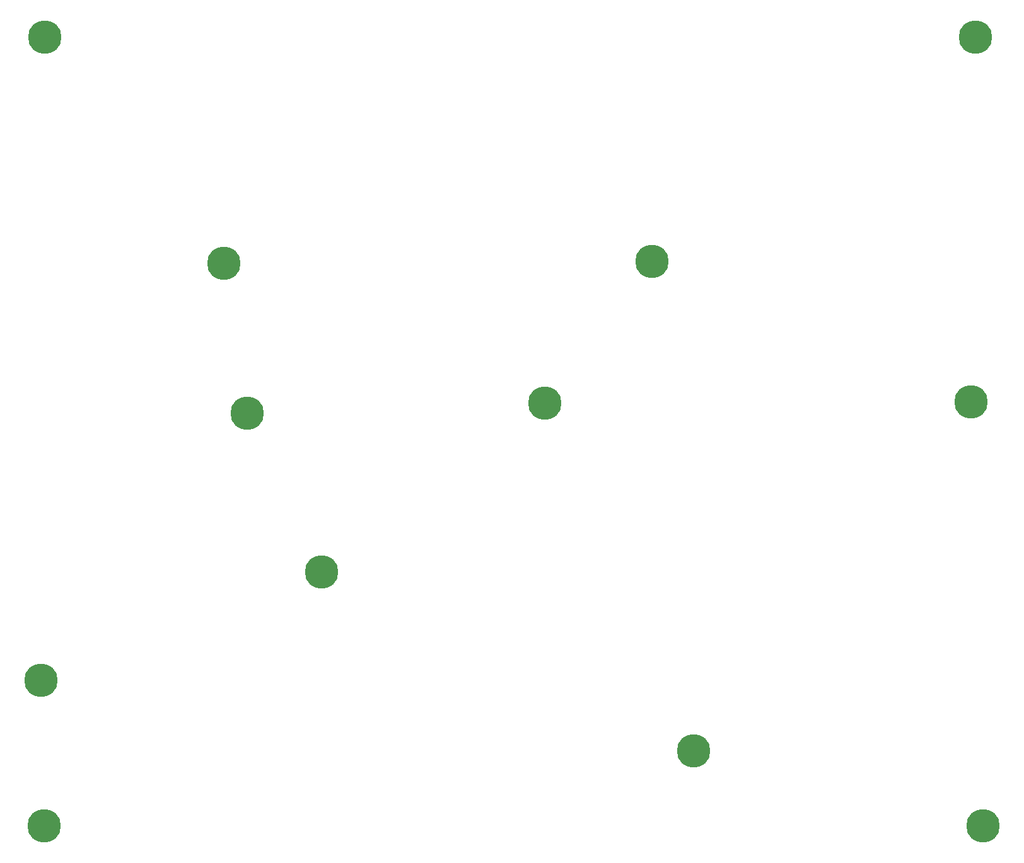
<source format=gbr>
%TF.GenerationSoftware,KiCad,Pcbnew,7.0.9*%
%TF.CreationDate,2024-01-14T19:20:26+01:00*%
%TF.ProjectId,left_plate,6c656674-5f70-46c6-9174-652e6b696361,rev?*%
%TF.SameCoordinates,Original*%
%TF.FileFunction,Soldermask,Top*%
%TF.FilePolarity,Negative*%
%FSLAX46Y46*%
G04 Gerber Fmt 4.6, Leading zero omitted, Abs format (unit mm)*
G04 Created by KiCad (PCBNEW 7.0.9) date 2024-01-14 19:20:26*
%MOMM*%
%LPD*%
G01*
G04 APERTURE LIST*
%ADD10C,4.500000*%
G04 APERTURE END LIST*
D10*
%TO.C,H4*%
X121750000Y-153600000D03*
%TD*%
%TO.C,H11*%
X116200000Y-87850000D03*
%TD*%
%TO.C,H3*%
X61800000Y-108200000D03*
%TD*%
%TO.C,H1*%
X160650000Y-163655600D03*
%TD*%
%TO.C,H10*%
X34549600Y-163655600D03*
%TD*%
%TO.C,H2*%
X58650000Y-88050000D03*
%TD*%
%TO.C,H6*%
X159599600Y-57655600D03*
%TD*%
%TO.C,H7*%
X34150000Y-144155600D03*
%TD*%
%TO.C,H5*%
X71800000Y-129550000D03*
%TD*%
%TO.C,H9*%
X34649600Y-57655600D03*
%TD*%
%TO.C,H8*%
X159000000Y-106655600D03*
%TD*%
%TO.C,H12*%
X101800000Y-106900000D03*
%TD*%
M02*

</source>
